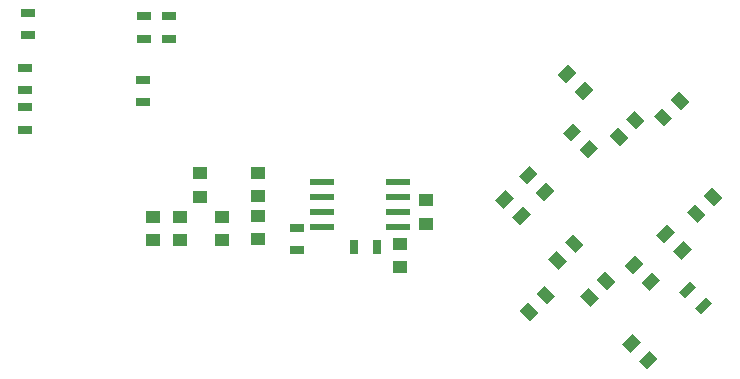
<source format=gbp>
G04 #@! TF.FileFunction,Paste,Bot*
%FSLAX46Y46*%
G04 Gerber Fmt 4.6, Leading zero omitted, Abs format (unit mm)*
G04 Created by KiCad (PCBNEW 4.0.4+e1-6308~48~ubuntu14.04.1-stable) date Wed Oct 19 19:57:22 2016*
%MOMM*%
%LPD*%
G01*
G04 APERTURE LIST*
%ADD10C,0.100000*%
%ADD11R,1.250000X1.000000*%
%ADD12R,1.300000X0.700000*%
%ADD13R,0.700000X1.300000*%
%ADD14R,2.000000X0.600000*%
G04 APERTURE END LIST*
D10*
D11*
X29696266Y-109111832D03*
X29696266Y-107111832D03*
D10*
G36*
X67395495Y-101311612D02*
X66511612Y-102195495D01*
X65804505Y-101488388D01*
X66688388Y-100604505D01*
X67395495Y-101311612D01*
X67395495Y-101311612D01*
G37*
G36*
X65981281Y-99897398D02*
X65097398Y-100781281D01*
X64390291Y-100074174D01*
X65274174Y-99190291D01*
X65981281Y-99897398D01*
X65981281Y-99897398D01*
G37*
D11*
X50600000Y-111400000D03*
X50600000Y-109400000D03*
D10*
G36*
X72981281Y-99502602D02*
X72097398Y-98618719D01*
X72804505Y-97911612D01*
X73688388Y-98795495D01*
X72981281Y-99502602D01*
X72981281Y-99502602D01*
G37*
G36*
X74395495Y-98088388D02*
X73511612Y-97204505D01*
X74218719Y-96497398D01*
X75102602Y-97381281D01*
X74395495Y-98088388D01*
X74395495Y-98088388D01*
G37*
G36*
X69447398Y-117931281D02*
X70331281Y-117047398D01*
X71038388Y-117754505D01*
X70154505Y-118638388D01*
X69447398Y-117931281D01*
X69447398Y-117931281D01*
G37*
G36*
X70861612Y-119345495D02*
X71745495Y-118461612D01*
X72452602Y-119168719D01*
X71568719Y-120052602D01*
X70861612Y-119345495D01*
X70861612Y-119345495D01*
G37*
G36*
X66995495Y-96361612D02*
X66111612Y-97245495D01*
X65404505Y-96538388D01*
X66288388Y-95654505D01*
X66995495Y-96361612D01*
X66995495Y-96361612D01*
G37*
G36*
X65581281Y-94947398D02*
X64697398Y-95831281D01*
X63990291Y-95124174D01*
X64874174Y-94240291D01*
X65581281Y-94947398D01*
X65581281Y-94947398D01*
G37*
G36*
X62861612Y-112954505D02*
X63745495Y-113838388D01*
X63038388Y-114545495D01*
X62154505Y-113661612D01*
X62861612Y-112954505D01*
X62861612Y-112954505D01*
G37*
G36*
X61447398Y-114368719D02*
X62331281Y-115252602D01*
X61624174Y-115959709D01*
X60740291Y-115075826D01*
X61447398Y-114368719D01*
X61447398Y-114368719D01*
G37*
G36*
X60697398Y-103681281D02*
X61581281Y-102797398D01*
X62288388Y-103504505D01*
X61404505Y-104388388D01*
X60697398Y-103681281D01*
X60697398Y-103681281D01*
G37*
G36*
X62111612Y-105095495D02*
X62995495Y-104211612D01*
X63702602Y-104918719D01*
X62818719Y-105802602D01*
X62111612Y-105095495D01*
X62111612Y-105095495D01*
G37*
D11*
X31982266Y-109111832D03*
X31982266Y-107111832D03*
D10*
G36*
X64031281Y-111602602D02*
X63147398Y-110718719D01*
X63854505Y-110011612D01*
X64738388Y-110895495D01*
X64031281Y-111602602D01*
X64031281Y-111602602D01*
G37*
G36*
X65445495Y-110188388D02*
X64561612Y-109304505D01*
X65268719Y-108597398D01*
X66152602Y-109481281D01*
X65445495Y-110188388D01*
X65445495Y-110188388D01*
G37*
G36*
X77018719Y-104647398D02*
X77902602Y-105531281D01*
X77195495Y-106238388D01*
X76311612Y-105354505D01*
X77018719Y-104647398D01*
X77018719Y-104647398D01*
G37*
G36*
X75604505Y-106061612D02*
X76488388Y-106945495D01*
X75781281Y-107652602D01*
X74897398Y-106768719D01*
X75604505Y-106061612D01*
X75604505Y-106061612D01*
G37*
D11*
X38568266Y-103395832D03*
X38568266Y-105395832D03*
D10*
G36*
X70468719Y-98147398D02*
X71352602Y-99031281D01*
X70645495Y-99738388D01*
X69761612Y-98854505D01*
X70468719Y-98147398D01*
X70468719Y-98147398D01*
G37*
G36*
X69054505Y-99561612D02*
X69938388Y-100445495D01*
X69231281Y-101152602D01*
X68347398Y-100268719D01*
X69054505Y-99561612D01*
X69054505Y-99561612D01*
G37*
D11*
X38568266Y-109045832D03*
X38568266Y-107045832D03*
D10*
G36*
X75309709Y-109875826D02*
X74425826Y-110759709D01*
X73718719Y-110052602D01*
X74602602Y-109168719D01*
X75309709Y-109875826D01*
X75309709Y-109875826D01*
G37*
G36*
X73895495Y-108461612D02*
X73011612Y-109345495D01*
X72304505Y-108638388D01*
X73188388Y-107754505D01*
X73895495Y-108461612D01*
X73895495Y-108461612D01*
G37*
G36*
X58697398Y-105731281D02*
X59581281Y-104847398D01*
X60288388Y-105554505D01*
X59404505Y-106438388D01*
X58697398Y-105731281D01*
X58697398Y-105731281D01*
G37*
G36*
X60111612Y-107145495D02*
X60995495Y-106261612D01*
X61702602Y-106968719D01*
X60818719Y-107852602D01*
X60111612Y-107145495D01*
X60111612Y-107145495D01*
G37*
D11*
X35538266Y-109111832D03*
X35538266Y-107111832D03*
X33718266Y-103445832D03*
X33718266Y-105445832D03*
X52800000Y-107750000D03*
X52800000Y-105750000D03*
D10*
G36*
X66774174Y-114759709D02*
X65890291Y-113875826D01*
X66597398Y-113168719D01*
X67481281Y-114052602D01*
X66774174Y-114759709D01*
X66774174Y-114759709D01*
G37*
G36*
X68188388Y-113345495D02*
X67304505Y-112461612D01*
X68011612Y-111754505D01*
X68895495Y-112638388D01*
X68188388Y-113345495D01*
X68188388Y-113345495D01*
G37*
G36*
X72659709Y-112525826D02*
X71775826Y-113409709D01*
X71068719Y-112702602D01*
X71952602Y-111818719D01*
X72659709Y-112525826D01*
X72659709Y-112525826D01*
G37*
G36*
X71245495Y-111111612D02*
X70361612Y-111995495D01*
X69654505Y-111288388D01*
X70538388Y-110404505D01*
X71245495Y-111111612D01*
X71245495Y-111111612D01*
G37*
D12*
X41900000Y-108050000D03*
X41900000Y-109950000D03*
D13*
X48650000Y-109650000D03*
X46750000Y-109650000D03*
D10*
G36*
X74271142Y-113490381D02*
X75190381Y-112571142D01*
X75685356Y-113066117D01*
X74766117Y-113985356D01*
X74271142Y-113490381D01*
X74271142Y-113490381D01*
G37*
G36*
X75614644Y-114833883D02*
X76533883Y-113914644D01*
X77028858Y-114409619D01*
X76109619Y-115328858D01*
X75614644Y-114833883D01*
X75614644Y-114833883D01*
G37*
D14*
X43987266Y-107984832D03*
X43987266Y-106714832D03*
X43987266Y-105444832D03*
X43987266Y-104174832D03*
X50457266Y-104174832D03*
X50457266Y-105444832D03*
X50457266Y-106714832D03*
X50457266Y-107984832D03*
D12*
X31060000Y-92040000D03*
X31060000Y-90140000D03*
X28950000Y-92050000D03*
X28950000Y-90150000D03*
X18900000Y-97875000D03*
X18900000Y-99775000D03*
X28880000Y-97440000D03*
X28880000Y-95540000D03*
X18900000Y-94525000D03*
X18900000Y-96425000D03*
X19100000Y-91750000D03*
X19100000Y-89850000D03*
M02*

</source>
